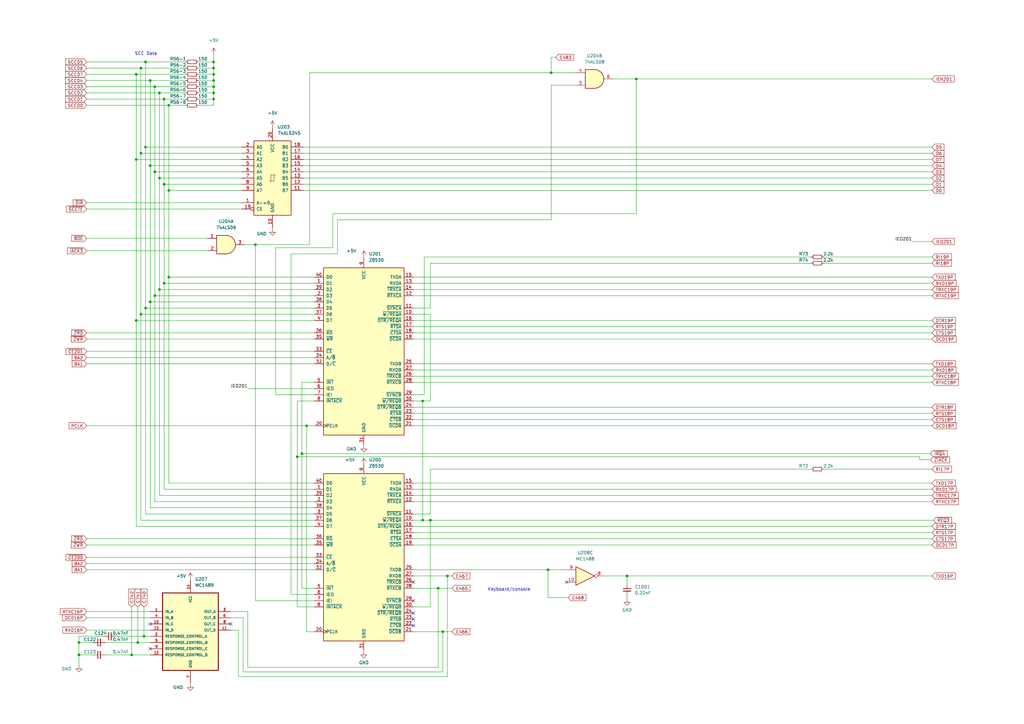
<source format=kicad_sch>
(kicad_sch (version 20211123) (generator eeschema)
  (paper "A3")
  (lib_symbols
    (symbol "74xx:74HC245" (pin_names (offset 1.016))
      (property "Reference" "U" (at -7.62 16.51 0))
      (property "Value" "74HC245" (at -7.62 -16.51 0))
      (symbol "74HC245_1_0"
        (polyline (pts (xy -0.635 -1.27) (xy -0.635 1.27) (xy 0.635 1.27)))
        (polyline (pts (xy -1.27 -1.27) (xy 0.635 -1.27) (xy 0.635 1.27) (xy 1.27 1.27)))
        (pin input line (at -12.7 -10.16 0) (length 5.08) (name "A->B") (number "1"))
        (pin power_in line (at 0 -20.32 90) (length 5.08) (name "GND") (number "10"))
        (pin tri_state line (at 12.7 -5.08 180) (length 5.08) (name "B7") (number "11"))
        (pin tri_state line (at 12.7 -2.54 180) (length 5.08) (name "B6") (number "12"))
        (pin tri_state line (at 12.7 0 180) (length 5.08) (name "B5") (number "13"))
        (pin tri_state line (at 12.7 2.54 180) (length 5.08) (name "B4") (number "14"))
        (pin tri_state line (at 12.7 5.08 180) (length 5.08) (name "B3") (number "15"))
        (pin tri_state line (at 12.7 7.62 180) (length 5.08) (name "B2") (number "16"))
        (pin tri_state line (at 12.7 10.16 180) (length 5.08) (name "B1") (number "17"))
        (pin tri_state line (at 12.7 12.7 180) (length 5.08) (name "B0") (number "18"))
        (pin input inverted (at -12.7 -12.7 0) (length 5.08) (name "CE") (number "19"))
        (pin tri_state line (at -12.7 12.7 0) (length 5.08) (name "A0") (number "2"))
        (pin power_in line (at 0 20.32 270) (length 5.08) (name "VCC") (number "20"))
        (pin tri_state line (at -12.7 10.16 0) (length 5.08) (name "A1") (number "3"))
        (pin tri_state line (at -12.7 7.62 0) (length 5.08) (name "A2") (number "4"))
        (pin tri_state line (at -12.7 5.08 0) (length 5.08) (name "A3") (number "5"))
        (pin tri_state line (at -12.7 2.54 0) (length 5.08) (name "A4") (number "6"))
        (pin tri_state line (at -12.7 0 0) (length 5.08) (name "A5") (number "7"))
        (pin tri_state line (at -12.7 -2.54 0) (length 5.08) (name "A6") (number "8"))
        (pin tri_state line (at -12.7 -5.08 0) (length 5.08) (name "A7") (number "9"))
      )
      (symbol "74HC245_1_1"
        (rectangle (start -7.62 15.24) (end 7.62 -15.24) (stroke (width 0.254)) (fill (type background)))
      )
    )
    (symbol "74xx:74LS08" (pin_names (offset 1.016))
      (property "Reference" "U" (at 0 1.27 0))
      (property "Value" "74LS08" (at 0 -1.27 0))
      (symbol "74LS08_1_1"
        (arc (start 0 -3.81) (mid 3.81 0) (end 0 3.81) (stroke (width 0.254)) (fill (type background)))
        (polyline (pts (xy 0 3.81) (xy -3.81 3.81) (xy -3.81 -3.81) (xy 0 -3.81)) (stroke (width 0.254)) (fill (type background)))
        (pin input line (at -7.62 2.54 0) (length 3.81) (name "~") (number "1"))
        (pin input line (at -7.62 -2.54 0) (length 3.81) (name "~") (number "2"))
        (pin output line (at 7.62 0 180) (length 3.81) (name "~") (number "3"))
      )
      (symbol "74LS08_1_2"
        (arc (start -3.81 -3.81) (mid -2.589 0) (end -3.81 3.81) (stroke (width 0.254)))
        (arc (start -0.6096 -3.81) (mid 2.1842 -2.5851) (end 3.81 0) (stroke (width 0.254)) (fill (type background)))
        (polyline (pts (xy -3.81 -3.81) (xy -0.635 -3.81)) (stroke (width 0.254)) (fill (type background)))
        (polyline (pts (xy -3.81 3.81) (xy -0.635 3.81)) (stroke (width 0.254)) (fill (type background)))
        (polyline (pts (xy -0.635 3.81) (xy -3.81 3.81) (xy -3.81 3.81) (xy -3.556 3.4036) (xy -3.0226 2.2606) (xy -2.6924 1.0414) (xy -2.6162 -0.254) (xy -2.7686 -1.4986) (xy -3.175 -2.7178) (xy -3.81 -3.81) (xy -3.81 -3.81) (xy -0.635 -3.81)) (stroke (width -25.4)) (fill (type background)))
        (arc (start 3.81 0) (mid 2.1915 2.5936) (end -0.6096 3.81) (stroke (width 0.254)) (fill (type background)))
        (pin input inverted (at -7.62 2.54 0) (length 4.318) (name "~") (number "1"))
        (pin input inverted (at -7.62 -2.54 0) (length 4.318) (name "~") (number "2"))
        (pin output inverted (at 7.62 0 180) (length 3.81) (name "~") (number "3"))
      )
      (symbol "74LS08_2_1"
        (arc (start 0 -3.81) (mid 3.81 0) (end 0 3.81) (stroke (width 0.254)) (fill (type background)))
        (polyline (pts (xy 0 3.81) (xy -3.81 3.81) (xy -3.81 -3.81) (xy 0 -3.81)) (stroke (width 0.254)) (fill (type background)))
        (pin input line (at -7.62 2.54 0) (length 3.81) (name "~") (number "4"))
        (pin input line (at -7.62 -2.54 0) (length 3.81) (name "~") (number "5"))
        (pin output line (at 7.62 0 180) (length 3.81) (name "~") (number "6"))
      )
      (symbol "74LS08_2_2"
        (arc (start -3.81 -3.81) (mid -2.589 0) (end -3.81 3.81) (stroke (width 0.254)))
        (arc (start -0.6096 -3.81) (mid 2.1842 -2.5851) (end 3.81 0) (stroke (width 0.254)) (fill (type background)))
        (polyline (pts (xy -3.81 -3.81) (xy -0.635 -3.81)) (stroke (width 0.254)) (fill (type background)))
        (polyline (pts (xy -3.81 3.81) (xy -0.635 3.81)) (stroke (width 0.254)) (fill (type background)))
        (polyline (pts (xy -0.635 3.81) (xy -3.81 3.81) (xy -3.81 3.81) (xy -3.556 3.4036) (xy -3.0226 2.2606) (xy -2.6924 1.0414) (xy -2.6162 -0.254) (xy -2.7686 -1.4986) (xy -3.175 -2.7178) (xy -3.81 -3.81) (xy -3.81 -3.81) (xy -0.635 -3.81)) (stroke (width -25.4)) (fill (type background)))
        (arc (start 3.81 0) (mid 2.1915 2.5936) (end -0.6096 3.81) (stroke (width 0.254)) (fill (type background)))
        (pin input inverted (at -7.62 2.54 0) (length 4.318) (name "~") (number "4"))
        (pin input inverted (at -7.62 -2.54 0) (length 4.318) (name "~") (number "5"))
        (pin output inverted (at 7.62 0 180) (length 3.81) (name "~") (number "6"))
      )
      (symbol "74LS08_3_1"
        (arc (start 0 -3.81) (mid 3.81 0) (end 0 3.81) (stroke (width 0.254)) (fill (type background)))
        (polyline (pts (xy 0 3.81) (xy -3.81 3.81) (xy -3.81 -3.81) (xy 0 -3.81)) (stroke (width 0.254)) (fill (type background)))
        (pin input line (at -7.62 -2.54 0) (length 3.81) (name "~") (number "10"))
        (pin output line (at 7.62 0 180) (length 3.81) (name "~") (number "8"))
        (pin input line (at -7.62 2.54 0) (length 3.81) (name "~") (number "9"))
      )
      (symbol "74LS08_3_2"
        (arc (start -3.81 -3.81) (mid -2.589 0) (end -3.81 3.81) (stroke (width 0.254)))
        (arc (start -0.6096 -3.81) (mid 2.1842 -2.5851) (end 3.81 0) (stroke (width 0.254)) (fill (type background)))
        (polyline (pts (xy -3.81 -3.81) (xy -0.635 -3.81)) (stroke (width 0.254)) (fill (type background)))
        (polyline (pts (xy -3.81 3.81) (xy -0.635 3.81)) (stroke (width 0.254)) (fill (type background)))
        (polyline (pts (xy -0.635 3.81) (xy -3.81 3.81) (xy -3.81 3.81) (xy -3.556 3.4036) (xy -3.0226 2.2606) (xy -2.6924 1.0414) (xy -2.6162 -0.254) (xy -2.7686 -1.4986) (xy -3.175 -2.7178) (xy -3.81 -3.81) (xy -3.81 -3.81) (xy -0.635 -3.81)) (stroke (width -25.4)) (fill (type background)))
        (arc (start 3.81 0) (mid 2.1915 2.5936) (end -0.6096 3.81) (stroke (width 0.254)) (fill (type background)))
        (pin input inverted (at -7.62 -2.54 0) (length 4.318) (name "~") (number "10"))
        (pin output inverted (at 7.62 0 180) (length 3.81) (name "~") (number "8"))
        (pin input inverted (at -7.62 2.54 0) (length 4.318) (name "~") (number "9"))
      )
      (symbol "74LS08_4_1"
        (arc (start 0 -3.81) (mid 3.81 0) (end 0 3.81) (stroke (width 0.254)) (fill (type background)))
        (polyline (pts (xy 0 3.81) (xy -3.81 3.81) (xy -3.81 -3.81) (xy 0 -3.81)) (stroke (width 0.254)) (fill (type background)))
        (pin output line (at 7.62 0 180) (length 3.81) (name "~") (number "11"))
        (pin input line (at -7.62 2.54 0) (length 3.81) (name "~") (number "12"))
        (pin input line (at -7.62 -2.54 0) (length 3.81) (name "~") (number "13"))
      )
      (symbol "74LS08_4_2"
        (arc (start -3.81 -3.81) (mid -2.589 0) (end -3.81 3.81) (stroke (width 0.254)))
        (arc (start -0.6096 -3.81) (mid 2.1842 -2.5851) (end 3.81 0) (stroke (width 0.254)) (fill (type background)))
        (polyline (pts (xy -3.81 -3.81) (xy -0.635 -3.81)) (stroke (width 0.254)) (fill (type background)))
        (polyline (pts (xy -3.81 3.81) (xy -0.635 3.81)) (stroke (width 0.254)) (fill (type background)))
        (polyline (pts (xy -0.635 3.81) (xy -3.81 3.81) (xy -3.81 3.81) (xy -3.556 3.4036) (xy -3.0226 2.2606) (xy -2.6924 1.0414) (xy -2.6162 -0.254) (xy -2.7686 -1.4986) (xy -3.175 -2.7178) (xy -3.81 -3.81) (xy -3.81 -3.81) (xy -0.635 -3.81)) (stroke (width -25.4)) (fill (type background)))
        (arc (start 3.81 0) (mid 2.1915 2.5936) (end -0.6096 3.81) (stroke (width 0.254)) (fill (type background)))
        (pin output inverted (at 7.62 0 180) (length 3.81) (name "~") (number "11"))
        (pin input inverted (at -7.62 2.54 0) (length 4.318) (name "~") (number "12"))
        (pin input inverted (at -7.62 -2.54 0) (length 4.318) (name "~") (number "13"))
      )
      (symbol "74LS08_5_0"
        (pin power_in line (at 0 12.7 270) (length 5.08) (name "VCC") (number "14"))
        (pin power_in line (at 0 -12.7 90) (length 5.08) (name "GND") (number "7"))
      )
      (symbol "74LS08_5_1"
        (rectangle (start -5.08 7.62) (end 5.08 -7.62) (stroke (width 0.254)) (fill (type background)))
      )
    )
    (symbol "Device:C_Small" (pin_numbers hide) (pin_names (offset 0.254) hide)
      (property "Reference" "C" (at 0.254 1.778 0))
      (property "Value" "C_Small" (at 0.254 -2.032 0))
      (symbol "C_Small_0_1"
        (polyline (pts (xy -1.524 -0.508) (xy 1.524 -0.508)) (stroke (width 0.3302)))
        (polyline (pts (xy -1.524 0.508) (xy 1.524 0.508)) (stroke (width 0.3048)))
      )
      (symbol "C_Small_1_1"
        (pin passive line (at 0 2.54 270) (length 2.032) (name "~") (number "1"))
        (pin passive line (at 0 -2.54 90) (length 2.032) (name "~") (number "2"))
      )
    )
    (symbol "Device:R_Small" (pin_numbers hide) (pin_names (offset 0.254) hide)
      (property "Reference" "R" (at 0.762 0.508 0))
      (property "Value" "R_Small" (at 0.762 -1.016 0))
      (symbol "R_Small_0_1"
        (rectangle (start -0.762 1.778) (end 0.762 -1.778) (stroke (width 0.2032)))
      )
      (symbol "R_Small_1_1"
        (pin passive line (at 0 2.54 270) (length 0.762) (name "~") (number "1"))
        (pin passive line (at 0 -2.54 90) (length 0.762) (name "~") (number "2"))
      )
    )
    (symbol "Interface_UART:Z8530" (pin_names (offset 1.016))
      (property "Reference" "U" (at -16.51 35.56 0))
      (property "Value" "Z8530" (at 10.16 35.56 0))
      (symbol "Z8530_0_1"
        (rectangle (start -16.51 -34.29) (end 16.51 34.29) (stroke (width 0.254)) (fill (type background)))
      )
      (symbol "Z8530_1_1"
        (pin input line (at -20.32 27.94 0) (length 3.81) (name "D1") (number "1"))
        (pin output line (at 20.32 15.24 180) (length 3.81) (name "~{W/REQA}") (number "10"))
        (pin bidirectional line (at 20.32 17.78 180) (length 3.81) (name "~{SYNCA}") (number "11"))
        (pin input line (at 20.32 22.86 180) (length 3.81) (name "~{RTXCA}") (number "12"))
        (pin input line (at 20.32 27.94 180) (length 3.81) (name "RXDA") (number "13"))
        (pin bidirectional line (at 20.32 25.4 180) (length 3.81) (name "~{TRXCA}") (number "14"))
        (pin output line (at 20.32 30.48 180) (length 3.81) (name "TXDA") (number "15"))
        (pin output line (at 20.32 12.7 180) (length 3.81) (name "~{DTR/REQA}") (number "16"))
        (pin output line (at 20.32 10.16 180) (length 3.81) (name "~{RTSA}") (number "17"))
        (pin input line (at 20.32 7.62 180) (length 3.81) (name "~{CTSA}") (number "18"))
        (pin input line (at 20.32 5.08 180) (length 3.81) (name "~{DCDA}") (number "19"))
        (pin input line (at -20.32 22.86 0) (length 3.81) (name "D3") (number "2"))
        (pin input clock (at -20.32 -30.48 0) (length 3.81) (name "PCLK") (number "20"))
        (pin input line (at 20.32 -30.48 180) (length 3.81) (name "~{DCDB}") (number "21"))
        (pin input line (at 20.32 -27.94 180) (length 3.81) (name "~{CTSB}") (number "22"))
        (pin output line (at 20.32 -25.4 180) (length 3.81) (name "~{RTSB}") (number "23"))
        (pin output line (at 20.32 -22.86 180) (length 3.81) (name "~{DTR/REQB}") (number "24"))
        (pin output line (at 20.32 -5.08 180) (length 3.81) (name "TXDB") (number "25"))
        (pin bidirectional line (at 20.32 -10.16 180) (length 3.81) (name "~{TRXCB}") (number "26"))
        (pin input line (at 20.32 -7.62 180) (length 3.81) (name "RXDB") (number "27"))
        (pin input line (at 20.32 -12.7 180) (length 3.81) (name "~{RTXCB}") (number "28"))
        (pin bidirectional line (at 20.32 -17.78 180) (length 3.81) (name "~{SYNCB}") (number "29"))
        (pin input line (at -20.32 17.78 0) (length 3.81) (name "D5") (number "3"))
        (pin output line (at 20.32 -20.32 180) (length 3.81) (name "~{W/REQB}") (number "30"))
        (pin power_in line (at 0 -38.1 90) (length 3.81) (name "GND") (number "31"))
        (pin input line (at -20.32 -5.08 0) (length 3.81) (name "D/~{C}") (number "32"))
        (pin input line (at -20.32 0 0) (length 3.81) (name "~{CE}") (number "33"))
        (pin input line (at -20.32 -2.54 0) (length 3.81) (name "A/~{B}") (number "34"))
        (pin input line (at -20.32 5.08 0) (length 3.81) (name "~{WR}") (number "35"))
        (pin input line (at -20.32 7.62 0) (length 3.81) (name "~{RD}") (number "36"))
        (pin input line (at -20.32 15.24 0) (length 3.81) (name "D6") (number "37"))
        (pin input line (at -20.32 20.32 0) (length 3.81) (name "D4") (number "38"))
        (pin input line (at -20.32 25.4 0) (length 3.81) (name "D2") (number "39"))
        (pin input line (at -20.32 12.7 0) (length 3.81) (name "D7") (number "4"))
        (pin input line (at -20.32 30.48 0) (length 3.81) (name "D0") (number "40"))
        (pin open_collector line (at -20.32 -12.7 0) (length 3.81) (name "~{INT}") (number "5"))
        (pin output line (at -20.32 -15.24 0) (length 3.81) (name "IEO") (number "6"))
        (pin input line (at -20.32 -17.78 0) (length 3.81) (name "IEI") (number "7"))
        (pin input line (at -20.32 -20.32 0) (length 3.81) (name "~{INTACK}") (number "8"))
        (pin power_in line (at 0 38.1 270) (length 3.81) (name "VCC") (number "9"))
      )
    )
    (symbol "power:+5V" (power) (pin_names (offset 0))
      (property "Value" "+5V" (at 0 3.556 0))
      (symbol "+5V_0_1"
        (polyline (pts (xy -0.762 1.27) (xy 0 2.54)))
        (polyline (pts (xy 0 0) (xy 0 2.54)))
        (polyline (pts (xy 0 2.54) (xy 0.762 1.27)))
      )
      (symbol "+5V_1_1"
        (pin power_in line (at 0 0 90) (length 0) hide (name "+5V") (number "1"))
      )
    )
    (symbol "power:GND" (power) (pin_names (offset 0))
      (property "Value" "GND" (at 0 -3.81 0))
      (symbol "GND_0_1"
        (polyline (pts (xy 0 0) (xy 0 -1.27) (xy 1.27 -1.27) (xy 0 -2.54) (xy -1.27 -1.27) (xy 0 -1.27)))
      )
      (symbol "GND_1_1"
        (pin power_in line (at 0 0 270) (length 0) hide (name "GND") (number "1"))
      )
    )
    (symbol "x37:MC1488" (pin_names (offset 1.016))
      (property "Reference" "U" (at -7.62 6.35 0))
      (property "Value" "MC1488" (at 3.81 6.35 0))
      (symbol "MC1488_1_1"
        (polyline (pts (xy 3.81 0) (xy -3.81 3.81) (xy -3.81 -3.81) (xy 3.81 0)) (stroke (width 0.254)) (fill (type background)))
        (pin input line (at -7.62 0 0) (length 3.81) (name "~") (number "2"))
        (pin output inverted (at 7.62 0 180) (length 3.81) (name "~") (number "3"))
      )
      (symbol "MC1488_1_2"
        (arc (start -3.81 -3.81) (mid -2.589 0) (end -3.81 3.81) (stroke (width 0.254)))
        (arc (start -0.6096 -3.81) (mid 2.1842 -2.5851) (end 3.81 0) (stroke (width 0.254)) (fill (type background)))
        (polyline (pts (xy -3.81 -3.81) (xy -0.635 -3.81)) (stroke (width 0.254)) (fill (type background)))
        (polyline (pts (xy -3.81 3.81) (xy -0.635 3.81)) (stroke (width 0.254)) (fill (type background)))
        (polyline (pts (xy -0.635 3.81) (xy -3.81 3.81) (xy -3.81 3.81) (xy -3.556 3.4036) (xy -3.0226 2.2606) (xy -2.6924 1.0414) (xy -2.6162 -0.254) (xy -2.7686 -1.4986) (xy -3.175 -2.7178) (xy -3.81 -3.81) (xy -3.81 -3.81) (xy -0.635 -3.81)) (stroke (width -25.4)) (fill (type background)))
        (arc (start 3.81 0) (mid 2.1915 2.5936) (end -0.6096 3.81) (stroke (width 0.254)) (fill (type background)))
        (pin input inverted (at -7.62 2.54 0) (length 4.318) (name "~") (number "1"))
        (pin input inverted (at -7.62 -2.54 0) (length 4.318) (name "~") (number "2"))
        (pin output line (at 7.62 0 180) (length 3.81) (name "~") (number "3"))
      )
      (symbol "MC1488_2_1"
        (polyline (pts (xy 3.81 0) (xy -3.81 3.81) (xy -3.81 -3.81) (xy 3.81 0)) (stroke (width 0.254)) (fill (type background)))
        (pin input line (at -7.62 2.54 0) (length 3.81) (name "~") (number "4"))
        (pin input line (at -7.62 -2.54 0) (length 3.81) (name "~") (number "5"))
        (pin output inverted (at 7.62 0 180) (length 3.81) (name "~") (number "6"))
      )
      (symbol "MC1488_2_2"
        (arc (start -3.81 -3.81) (mid -2.589 0) (end -3.81 3.81) (stroke (width 0.254)))
        (arc (start -0.6096 -3.81) (mid 2.1842 -2.5851) (end 3.81 0) (stroke (width 0.254)) (fill (type background)))
        (polyline (pts (xy -3.81 -3.81) (xy -0.635 -3.81)) (stroke (width 0.254)) (fill (type background)))
        (polyline (pts (xy -3.81 3.81) (xy -0.635 3.81)) (stroke (width 0.254)) (fill (type background)))
        (polyline (pts (xy -0.635 3.81) (xy -3.81 3.81) (xy -3.81 3.81) (xy -3.556 3.4036) (xy -3.0226 2.2606) (xy -2.6924 1.0414) (xy -2.6162 -0.254) (xy -2.7686 -1.4986) (xy -3.175 -2.7178) (xy -3.81 -3.81) (xy -3.81 -3.81) (xy -0.635 -3.81)) (stroke (width -25.4)) (fill (type background)))
        (arc (start 3.81 0) (mid 2.1915 2.5936) (end -0.6096 3.81) (stroke (width 0.254)) (fill (type background)))
        (pin output line (at 7.62 0 180) (length 3.81) (name "~") (number "4"))
        (pin input inverted (at -7.62 2.54 0) (length 4.318) (name "~") (number "5"))
        (pin input inverted (at -7.62 -2.54 0) (length 4.318) (name "~") (number "6"))
      )
      (symbol "MC1488_3_1"
        (polyline (pts (xy 3.81 0) (xy -3.81 3.81) (xy -3.81 -3.81) (xy 3.81 0)) (stroke (width 0.254)) (fill (type background)))
        (pin input line (at -7.62 -2.54 0) (length 3.81) (name "~") (number "10"))
        (pin output inverted (at 7.62 0 180) (length 3.81) (name "~") (number "8"))
        (pin input line (at -7.62 2.54 0) (length 3.81) (name "~") (number "9"))
      )
      (symbol "MC1488_3_2"
        (arc (start -3.81 -3.81) (mid -2.589 0) (end -3.81 3.81) (stroke (width 0.254)))
        (arc (start -0.6096 -3.81) (mid 2.1842 -2.5851) (end 3.81 0) (stroke (width 0.254)) (fill (type background)))
        (polyline (pts (xy -3.81 -3.81) (xy -0.635 -3.81)) (stroke (width 0.254)) (fill (type background)))
        (polyline (pts (xy -3.81 3.81) (xy -0.635 3.81)) (stroke (width 0.254)) (fill (type background)))
        (polyline (pts (xy -0.635 3.81) (xy -3.81 3.81) (xy -3.81 3.81) (xy -3.556 3.4036) (xy -3.0226 2.2606) (xy -2.6924 1.0414) (xy -2.6162 -0.254) (xy -2.7686 -1.4986) (xy -3.175 -2.7178) (xy -3.81 -3.81) (xy -3.81 -3.81) (xy -0.635 -3.81)) (stroke (width -25.4)) (fill (type background)))
        (arc (start 3.81 0) (mid 2.1915 2.5936) (end -0.6096 3.81) (stroke (width 0.254)) (fill (type background)))
        (pin output line (at 7.62 0 180) (length 3.81) (name "~") (number "10"))
        (pin input inverted (at -7.62 2.54 0) (length 4.318) (name "~") (number "8"))
        (pin input inverted (at -7.62 -2.54 0) (length 4.318) (name "~") (number "9"))
      )
      (symbol "MC1488_4_1"
        (polyline (pts (xy 3.81 0) (xy -3.81 3.81) (xy -3.81 -3.81) (xy 3.81 0)) (stroke (width 0.254)) (fill (type background)))
        (pin output inverted (at 7.62 0 180) (length 3.81) (name "~") (number "11"))
        (pin input line (at -7.62 2.54 0) (length 3.81) (name "~") (number "12"))
        (pin input line (at -7.62 -2.54 0) (length 3.81) (name "~") (number "13"))
      )
      (symbol "MC1488_4_2"
        (arc (start -3.81 -3.81) (mid -2.589 0) (end -3.81 3.81) (stroke (width 0.254)))
        (arc (start -0.6096 -3.81) (mid 2.1842 -2.5851) (end 3.81 0) (stroke (width 0.254)) (fill (type background)))
        (polyline (pts (xy -3.81 -3.81) (xy -0.635 -3.81)) (stroke (width 0.254)) (fill (type background)))
        (polyline (pts (xy -3.81 3.81) (xy -0.635 3.81)) (stroke (width 0.254)) (fill (type background)))
        (polyline (pts (xy -0.635 3.81) (xy -3.81 3.81) (xy -3.81 3.81) (xy -3.556 3.4036) (xy -3.0226 2.2606) (xy -2.6924 1.0414) (xy -2.6162 -0.254) (xy -2.7686 -1.4986) (xy -3.175 -2.7178) (xy -3.81 -3.81) (xy -3.81 -3.81) (xy -0.635 -3.81)) (stroke (width -25.4)) (fill (type background)))
        (arc (start 3.81 0) (mid 2.1915 2.5936) (end -0.6096 3.81) (stroke (width 0.254)) (fill (type background)))
        (pin output line (at 7.62 0 180) (length 3.81) (name "~") (number "11"))
        (pin input inverted (at -7.62 2.54 0) (length 4.318) (name "~") (number "12"))
        (pin input inverted (at -7.62 -2.54 0) (length 4.318) (name "~") (number "13"))
      )
      (symbol "MC1488_5_0"
        (pin power_in line (at 2.54 12.7 270) (length 5.08) (name "VCC-") (number "1"))
        (pin power_in line (at -1.27 12.7 270) (length 5.08) (name "VCC") (number "14"))
        (pin power_in line (at 0 -12.7 90) (length 5.08) (name "VSS") (number "7"))
      )
      (symbol "MC1488_5_1"
        (rectangle (start -5.08 7.62) (end 5.08 -7.62) (stroke (width 0.254)) (fill (type background)))
      )
    )
    (symbol "x37:MC1489" (pin_names (offset 1.016))
      (property "Reference" "U" (at -11.43 18.7706 0))
      (property "Value" "MC1489" (at 3.81 19.05 0))
      (symbol "MC1489_0_0"
        (rectangle (start -11.43 17.78) (end 11.43 -13.97) (stroke (width 0.4064)) (fill (type background)))
        (pin input line (at -16.51 10.16 0) (length 5.08) (name "IN_A") (number "1"))
        (pin input line (at -16.51 5.08 0) (length 5.08) (name "IN_C") (number "10"))
        (pin output line (at 16.51 2.54 180) (length 5.08) (name "OUT_D") (number "11"))
        (pin input line (at -16.51 -7.62 0) (length 5.08) (name "RESPONSE_CONTROL_D") (number "12"))
        (pin input line (at -16.51 2.54 0) (length 5.08) (name "IN_D") (number "13"))
        (pin power_in line (at 0 22.86 270) (length 5.08) (name "VCC") (number "14"))
        (pin input line (at -16.51 0 0) (length 5.08) (name "RESPONSE_CONTROL_A") (number "2"))
        (pin output line (at 16.51 10.16 180) (length 5.08) (name "OUT_A") (number "3"))
        (pin input line (at -16.51 7.62 0) (length 5.08) (name "IN_B") (number "4"))
        (pin input line (at -16.51 -2.54 0) (length 5.08) (name "RESPONSE_CONTROL_B") (number "5"))
        (pin output line (at 16.51 7.62 180) (length 5.08) (name "OUT_B") (number "6"))
        (pin power_in line (at 0 -19.05 90) (length 5.08) (name "GND") (number "7"))
        (pin output line (at 16.51 5.08 180) (length 5.08) (name "OUT_C") (number "8"))
        (pin input line (at -16.51 -5.08 0) (length 5.08) (name "RESPONSE_CONTROL_C") (number "9"))
      )
    )
  )
  (junction (at 183.515 236.22))
  (junction (at 176.53 213.36))
  (junction (at 55.88 30.48))
  (junction (at 65.405 118.745))
  (junction (at 87.63 35.56))
  (junction (at 53.975 268.605))
  (junction (at 121.92 187.325))
  (junction (at 57.785 27.94))
  (junction (at 87.63 27.94))
  (junction (at 67.31 116.205))
  (junction (at 55.88 131.445))
  (junction (at 260.985 32.385))
  (junction (at 55.88 65.405))
  (junction (at 69.215 43.18))
  (junction (at 63.5 121.285))
  (junction (at 59.055 260.985))
  (junction (at 63.5 35.56))
  (junction (at 87.63 33.02))
  (junction (at 63.5 70.485))
  (junction (at 87.63 30.48))
  (junction (at 61.595 67.945))
  (junction (at 65.405 73.025))
  (junction (at 59.69 60.325))
  (junction (at 69.215 78.105))
  (junction (at 179.705 241.3))
  (junction (at 65.405 38.1))
  (junction (at 257.175 236.22))
  (junction (at 69.215 113.665))
  (junction (at 61.595 123.825))
  (junction (at 87.63 40.64))
  (junction (at 59.69 126.365))
  (junction (at 226.06 29.845))
  (junction (at 32.385 263.525))
  (junction (at 125.73 174.625))
  (junction (at 32.385 268.605))
  (junction (at 67.31 40.64))
  (junction (at 57.785 62.865))
  (junction (at 104.775 100.33))
  (junction (at 173.355 164.465))
  (junction (at 59.69 25.4))
  (junction (at 67.31 75.565))
  (junction (at 224.79 233.68))
  (junction (at 173.355 213.36))
  (junction (at 87.63 25.4))
  (junction (at 181.61 259.08))
  (junction (at 57.785 128.905))
  (junction (at 87.63 38.1))
  (junction (at 61.595 33.02))
  (junction (at 56.515 263.525))
  (junction (at 123.825 186.055))
  (no_connect (at 94.615 255.905))
  (no_connect (at 169.545 246.38))
  (no_connect (at 61.595 255.905))
  (no_connect (at 169.545 256.54))
  (no_connect (at 61.595 266.065))
  (no_connect (at 169.545 254))
  (no_connect (at 169.545 251.46))
  (no_connect (at 169.545 238.76))
  (no_connect (at 232.41 238.76))
  (wire (pts (xy 99.695 253.365) (xy 94.615 253.365)))
  (wire (pts (xy 128.905 174.625) (xy 125.73 174.625)))
  (wire (pts (xy 32.385 260.985) (xy 32.385 263.525)))
  (wire (pts (xy 69.215 113.665) (xy 128.905 113.665)))
  (wire (pts (xy 65.405 38.1) (xy 65.405 73.025)))
  (wire (pts (xy 169.545 154.305) (xy 382.27 154.305)))
  (wire (pts (xy 169.545 113.665) (xy 382.27 113.665)))
  (wire (pts (xy 169.545 174.625) (xy 382.27 174.625)))
  (wire (pts (xy 35.56 231.14) (xy 128.905 231.14)))
  (wire (pts (xy 119.38 104.14) (xy 138.43 104.14)))
  (wire (pts (xy 67.31 40.64) (xy 67.31 75.565)))
  (wire (pts (xy 251.46 32.385) (xy 260.985 32.385)))
  (wire (pts (xy 81.28 25.4) (xy 87.63 25.4)))
  (wire (pts (xy 224.79 233.68) (xy 232.41 233.68)))
  (wire (pts (xy 87.63 38.1) (xy 87.63 35.56)))
  (wire (pts (xy 169.545 218.44) (xy 382.27 218.44)))
  (wire (pts (xy 59.69 25.4) (xy 59.69 60.325)))
  (wire (pts (xy 35.56 220.98) (xy 128.905 220.98)))
  (wire (pts (xy 81.28 40.64) (xy 87.63 40.64)))
  (wire (pts (xy 59.69 126.365) (xy 59.69 210.82)))
  (wire (pts (xy 124.46 73.025) (xy 382.27 73.025)))
  (wire (pts (xy 35.56 136.525) (xy 128.905 136.525)))
  (wire (pts (xy 57.785 27.94) (xy 76.2 27.94)))
  (wire (pts (xy 173.355 213.36) (xy 176.53 213.36)))
  (wire (pts (xy 124.46 62.865) (xy 382.27 62.865)))
  (wire (pts (xy 101.6 273.685) (xy 101.6 250.825)))
  (wire (pts (xy 169.545 210.82) (xy 176.53 210.82)))
  (wire (pts (xy 181.61 259.08) (xy 181.61 275.59)))
  (wire (pts (xy 121.92 164.465) (xy 128.905 164.465)))
  (wire (pts (xy 63.5 70.485) (xy 99.06 70.485)))
  (wire (pts (xy 149.225 182.245) (xy 149.225 182.88)))
  (wire (pts (xy 128.905 161.925) (xy 113.03 161.925)))
  (wire (pts (xy 224.79 233.68) (xy 224.79 245.11)))
  (wire (pts (xy 169.545 133.985) (xy 382.27 133.985)))
  (wire (pts (xy 57.785 62.865) (xy 99.06 62.865)))
  (wire (pts (xy 55.88 131.445) (xy 55.88 215.9)))
  (wire (pts (xy 53.975 248.92) (xy 53.975 268.605)))
  (wire (pts (xy 136.525 87.63) (xy 260.985 87.63)))
  (wire (pts (xy 87.63 25.4) (xy 87.63 22.225)))
  (wire (pts (xy 59.055 248.92) (xy 59.055 260.985)))
  (wire (pts (xy 169.545 236.22) (xy 183.515 236.22)))
  (wire (pts (xy 81.28 43.18) (xy 87.63 43.18)))
  (wire (pts (xy 81.28 35.56) (xy 87.63 35.56)))
  (wire (pts (xy 119.38 243.84) (xy 128.905 243.84)))
  (wire (pts (xy 99.06 73.025) (xy 65.405 73.025)))
  (wire (pts (xy 104.775 100.33) (xy 104.775 246.38)))
  (wire (pts (xy 337.82 105.41) (xy 382.27 105.41)))
  (wire (pts (xy 169.545 116.205) (xy 382.27 116.205)))
  (wire (pts (xy 100.33 100.33) (xy 104.775 100.33)))
  (wire (pts (xy 59.69 126.365) (xy 128.905 126.365)))
  (wire (pts (xy 61.595 123.825) (xy 61.595 208.28)))
  (wire (pts (xy 57.785 27.94) (xy 57.785 62.865)))
  (wire (pts (xy 173.355 164.465) (xy 173.355 213.36)))
  (wire (pts (xy 35.56 144.145) (xy 128.905 144.145)))
  (wire (pts (xy 169.545 223.52) (xy 382.27 223.52)))
  (wire (pts (xy 87.63 30.48) (xy 87.63 27.94)))
  (wire (pts (xy 123.825 186.055) (xy 123.825 241.3)))
  (wire (pts (xy 257.175 236.22) (xy 257.175 239.395)))
  (wire (pts (xy 59.69 60.325) (xy 59.69 126.365)))
  (wire (pts (xy 176.53 213.36) (xy 176.53 248.92)))
  (wire (pts (xy 128.905 123.825) (xy 61.595 123.825)))
  (wire (pts (xy 169.545 167.005) (xy 382.27 167.005)))
  (wire (pts (xy 169.545 248.92) (xy 176.53 248.92)))
  (wire (pts (xy 337.82 107.95) (xy 382.27 107.95)))
  (wire (pts (xy 42.545 260.985) (xy 32.385 260.985)))
  (wire (pts (xy 149.225 105.41) (xy 149.225 106.045)))
  (wire (pts (xy 128.905 118.745) (xy 65.405 118.745)))
  (wire (pts (xy 47.625 260.985) (xy 59.055 260.985)))
  (wire (pts (xy 123.825 186.055) (xy 381.635 186.055)))
  (wire (pts (xy 169.545 198.12) (xy 382.27 198.12)))
  (wire (pts (xy 99.06 65.405) (xy 55.88 65.405)))
  (wire (pts (xy 169.545 259.08) (xy 181.61 259.08)))
  (wire (pts (xy 101.6 159.385) (xy 128.905 159.385)))
  (wire (pts (xy 65.405 118.745) (xy 65.405 203.2)))
  (wire (pts (xy 123.825 156.845) (xy 123.825 186.055)))
  (wire (pts (xy 377.19 187.325) (xy 377.19 188.595)))
  (wire (pts (xy 69.215 198.12) (xy 128.905 198.12)))
  (wire (pts (xy 124.46 75.565) (xy 382.27 75.565)))
  (wire (pts (xy 65.405 118.745) (xy 65.405 73.025)))
  (wire (pts (xy 179.705 241.3) (xy 179.705 273.685)))
  (wire (pts (xy 123.825 241.3) (xy 128.905 241.3)))
  (wire (pts (xy 124.46 60.325) (xy 382.27 60.325)))
  (wire (pts (xy 35.56 174.625) (xy 125.73 174.625)))
  (wire (pts (xy 81.28 38.1) (xy 87.63 38.1)))
  (wire (pts (xy 169.545 233.68) (xy 224.79 233.68)))
  (wire (pts (xy 224.79 245.11) (xy 233.045 245.11)))
  (wire (pts (xy 35.56 85.725) (xy 99.06 85.725)))
  (wire (pts (xy 169.545 241.3) (xy 179.705 241.3)))
  (wire (pts (xy 32.385 268.605) (xy 38.1 268.605)))
  (wire (pts (xy 169.545 172.085) (xy 382.27 172.085)))
  (wire (pts (xy 59.69 210.82) (xy 128.905 210.82)))
  (wire (pts (xy 176.53 213.36) (xy 382.905 213.36)))
  (wire (pts (xy 61.595 123.825) (xy 61.595 67.945)))
  (wire (pts (xy 169.545 213.36) (xy 173.355 213.36)))
  (wire (pts (xy 124.46 78.105) (xy 382.27 78.105)))
  (wire (pts (xy 67.31 40.64) (xy 76.2 40.64)))
  (wire (pts (xy 176.53 126.365) (xy 176.53 107.95)))
  (wire (pts (xy 35.56 228.6) (xy 128.905 228.6)))
  (wire (pts (xy 67.31 75.565) (xy 67.31 116.205)))
  (wire (pts (xy 35.56 97.79) (xy 85.09 97.79)))
  (wire (pts (xy 169.545 149.225) (xy 382.27 149.225)))
  (wire (pts (xy 67.31 200.66) (xy 128.905 200.66)))
  (wire (pts (xy 128.905 128.905) (xy 57.785 128.905)))
  (wire (pts (xy 43.18 263.525) (xy 56.515 263.525)))
  (wire (pts (xy 332.74 105.41) (xy 173.99 105.41)))
  (wire (pts (xy 113.03 101.6) (xy 136.525 101.6)))
  (wire (pts (xy 257.175 236.22) (xy 382.27 236.22)))
  (wire (pts (xy 35.56 30.48) (xy 55.88 30.48)))
  (wire (pts (xy 169.545 203.2) (xy 382.27 203.2)))
  (wire (pts (xy 124.46 65.405) (xy 382.27 65.405)))
  (wire (pts (xy 169.545 169.545) (xy 382.27 169.545)))
  (wire (pts (xy 138.43 104.14) (xy 138.43 90.17)))
  (wire (pts (xy 97.79 277.495) (xy 97.79 258.445)))
  (wire (pts (xy 121.92 248.92) (xy 121.92 187.325)))
  (wire (pts (xy 176.53 164.465) (xy 176.53 128.905)))
  (wire (pts (xy 169.545 156.845) (xy 382.27 156.845)))
  (wire (pts (xy 247.65 236.22) (xy 257.175 236.22)))
  (wire (pts (xy 99.695 275.59) (xy 99.695 253.365)))
  (wire (pts (xy 101.6 250.825) (xy 94.615 250.825)))
  (wire (pts (xy 183.515 236.22) (xy 183.515 277.495)))
  (wire (pts (xy 69.215 113.665) (xy 69.215 198.12)))
  (wire (pts (xy 104.775 246.38) (xy 128.905 246.38)))
  (wire (pts (xy 169.545 200.66) (xy 382.27 200.66)))
  (wire (pts (xy 136.525 101.6) (xy 136.525 87.63)))
  (wire (pts (xy 69.215 78.105) (xy 69.215 113.665)))
  (wire (pts (xy 61.595 33.02) (xy 61.595 67.945)))
  (wire (pts (xy 32.385 268.605) (xy 32.385 273.05)))
  (wire (pts (xy 377.19 188.595) (xy 381.635 188.595)))
  (wire (pts (xy 169.545 118.745) (xy 382.27 118.745)))
  (wire (pts (xy 59.69 60.325) (xy 99.06 60.325)))
  (wire (pts (xy 121.92 187.325) (xy 377.19 187.325)))
  (wire (pts (xy 35.56 253.365) (xy 61.595 253.365)))
  (wire (pts (xy 81.28 33.02) (xy 87.63 33.02)))
  (wire (pts (xy 121.92 248.92) (xy 128.905 248.92)))
  (wire (pts (xy 169.545 126.365) (xy 176.53 126.365)))
  (wire (pts (xy 181.61 275.59) (xy 99.695 275.59)))
  (wire (pts (xy 65.405 38.1) (xy 76.2 38.1)))
  (wire (pts (xy 63.5 121.285) (xy 63.5 205.74)))
  (wire (pts (xy 374.015 99.06) (xy 382.27 99.06)))
  (wire (pts (xy 43.18 268.605) (xy 53.975 268.605)))
  (wire (pts (xy 78.105 280.035) (xy 78.105 280.67)))
  (wire (pts (xy 99.06 78.105) (xy 69.215 78.105)))
  (wire (pts (xy 53.975 268.605) (xy 61.595 268.605)))
  (wire (pts (xy 173.99 161.925) (xy 169.545 161.925)))
  (wire (pts (xy 35.56 146.685) (xy 128.905 146.685)))
  (wire (pts (xy 35.56 27.94) (xy 57.785 27.94)))
  (wire (pts (xy 87.63 40.64) (xy 87.63 38.1)))
  (wire (pts (xy 57.785 213.36) (xy 128.905 213.36)))
  (wire (pts (xy 35.56 258.445) (xy 61.595 258.445)))
  (wire (pts (xy 69.215 43.18) (xy 76.2 43.18)))
  (wire (pts (xy 35.56 33.02) (xy 61.595 33.02)))
  (wire (pts (xy 169.545 220.98) (xy 382.27 220.98)))
  (wire (pts (xy 260.985 32.385) (xy 382.27 32.385)))
  (wire (pts (xy 65.405 203.2) (xy 128.905 203.2)))
  (wire (pts (xy 35.56 25.4) (xy 59.69 25.4)))
  (wire (pts (xy 32.385 263.525) (xy 38.1 263.525)))
  (wire (pts (xy 127 29.845) (xy 226.06 29.845)))
  (wire (pts (xy 169.545 164.465) (xy 173.355 164.465)))
  (wire (pts (xy 169.545 215.9) (xy 382.27 215.9)))
  (wire (pts (xy 32.385 263.525) (xy 32.385 268.605)))
  (wire (pts (xy 179.705 273.685) (xy 101.6 273.685)))
  (wire (pts (xy 119.38 243.84) (xy 119.38 104.14)))
  (wire (pts (xy 35.56 43.18) (xy 69.215 43.18)))
  (wire (pts (xy 173.99 105.41) (xy 173.99 161.925)))
  (wire (pts (xy 61.595 208.28) (xy 128.905 208.28)))
  (wire (pts (xy 35.56 83.185) (xy 99.06 83.185)))
  (wire (pts (xy 111.76 93.345) (xy 111.76 93.98)))
  (wire (pts (xy 35.56 38.1) (xy 65.405 38.1)))
  (wire (pts (xy 35.56 250.825) (xy 61.595 250.825)))
  (wire (pts (xy 78.105 237.49) (xy 78.105 238.125)))
  (wire (pts (xy 59.69 25.4) (xy 76.2 25.4)))
  (wire (pts (xy 69.215 43.18) (xy 69.215 78.105)))
  (wire (pts (xy 125.73 174.625) (xy 125.73 259.08)))
  (wire (pts (xy 57.785 128.905) (xy 57.785 62.865)))
  (wire (pts (xy 81.28 27.94) (xy 87.63 27.94)))
  (wire (pts (xy 226.06 23.495) (xy 227.965 23.495)))
  (wire (pts (xy 176.53 107.95) (xy 332.74 107.95)))
  (wire (pts (xy 121.92 187.325) (xy 121.92 164.465)))
  (wire (pts (xy 67.31 75.565) (xy 99.06 75.565)))
  (wire (pts (xy 35.56 40.64) (xy 67.31 40.64)))
  (wire (pts (xy 63.5 205.74) (xy 128.905 205.74)))
  (wire (pts (xy 125.73 259.08) (xy 128.905 259.08)))
  (wire (pts (xy 35.56 149.225) (xy 128.905 149.225)))
  (wire (pts (xy 226.06 23.495) (xy 226.06 29.845)))
  (wire (pts (xy 226.06 34.925) (xy 236.22 34.925)))
  (wire (pts (xy 226.06 90.17) (xy 226.06 34.925)))
  (wire (pts (xy 183.515 236.22) (xy 185.42 236.22)))
  (wire (pts (xy 176.53 192.405) (xy 332.74 192.405)))
  (wire (pts (xy 127 100.33) (xy 127 29.845)))
  (wire (pts (xy 55.88 131.445) (xy 128.905 131.445)))
  (wire (pts (xy 183.515 277.495) (xy 97.79 277.495)))
  (wire (pts (xy 35.56 102.87) (xy 85.09 102.87)))
  (wire (pts (xy 123.825 156.845) (xy 128.905 156.845)))
  (wire (pts (xy 124.46 67.945) (xy 382.27 67.945)))
  (wire (pts (xy 63.5 35.56) (xy 63.5 70.485)))
  (wire (pts (xy 169.545 121.285) (xy 382.27 121.285)))
  (wire (pts (xy 63.5 70.485) (xy 63.5 121.285)))
  (wire (pts (xy 63.5 121.285) (xy 128.905 121.285)))
  (wire (pts (xy 35.56 233.68) (xy 128.905 233.68)))
  (wire (pts (xy 113.03 161.925) (xy 113.03 101.6)))
  (wire (pts (xy 35.56 35.56) (xy 63.5 35.56)))
  (wire (pts (xy 169.545 151.765) (xy 382.27 151.765)))
  (wire (pts (xy 67.31 116.205) (xy 128.905 116.205)))
  (wire (pts (xy 169.545 139.065) (xy 382.27 139.065)))
  (wire (pts (xy 55.88 65.405) (xy 55.88 131.445)))
  (wire (pts (xy 87.63 35.56) (xy 87.63 33.02)))
  (wire (pts (xy 138.43 90.17) (xy 226.06 90.17)))
  (wire (pts (xy 99.06 67.945) (xy 61.595 67.945)))
  (wire (pts (xy 173.355 164.465) (xy 176.53 164.465)))
  (wire (pts (xy 81.28 30.48) (xy 87.63 30.48)))
  (wire (pts (xy 61.595 33.02) (xy 76.2 33.02)))
  (wire (pts (xy 55.88 30.48) (xy 76.2 30.48)))
  (wire (pts (xy 179.705 241.3) (xy 185.42 241.3)))
  (wire (pts (xy 56.515 248.92) (xy 56.515 263.525)))
  (wire (pts (xy 55.88 215.9) (xy 128.905 215.9)))
  (wire (pts (xy 257.175 244.475) (xy 257.175 245.745)))
  (wire (pts (xy 176.53 128.905) (xy 169.545 128.905)))
  (wire (pts (xy 59.055 260.985) (xy 61.595 260.985)))
  (wire (pts (xy 104.775 100.33) (xy 127 100.33)))
  (wire (pts (xy 149.225 266.7) (xy 149.225 267.335)))
  (wire (pts (xy 57.785 128.905) (xy 57.785 213.36)))
  (wire (pts (xy 260.985 32.385) (xy 260.985 87.63)))
  (wire (pts (xy 87.63 27.94) (xy 87.63 25.4)))
  (wire (pts (xy 169.545 136.525) (xy 382.27 136.525)))
  (wire (pts (xy 56.515 263.525) (xy 61.595 263.525)))
  (wire (pts (xy 55.88 30.48) (xy 55.88 65.405)))
  (wire (pts (xy 181.61 259.08) (xy 185.42 259.08)))
  (wire (pts (xy 67.31 116.205) (xy 67.31 200.66)))
  (wire (pts (xy 111.76 52.07) (xy 111.76 52.705)))
  (wire (pts (xy 124.46 70.485) (xy 382.27 70.485)))
  (wire (pts (xy 87.63 43.18) (xy 87.63 40.64)))
  (wire (pts (xy 35.56 223.52) (xy 128.905 223.52)))
  (wire (pts (xy 226.06 29.845) (xy 236.22 29.845)))
  (wire (pts (xy 337.82 192.405) (xy 382.27 192.405)))
  (wire (pts (xy 97.79 258.445) (xy 94.615 258.445)))
  (wire (pts (xy 176.53 192.405) (xy 176.53 210.82)))
  (wire (pts (xy 87.63 33.02) (xy 87.63 30.48)))
  (wire (pts (xy 169.545 205.74) (xy 382.27 205.74)))
  (wire (pts (xy 63.5 35.56) (xy 76.2 35.56)))
  (wire (pts (xy 169.545 131.445) (xy 382.27 131.445)))
  (wire (pts (xy 35.56 139.065) (xy 128.905 139.065)))
  (text "Keyboard/console" (at 200.025 242.57 0) (effects (font (size 1.27 1.27)) (justify left bottom)))
  (text "SCC Data\n" (at 55.245 22.86 0) (effects (font (size 1.27 1.27)) (justify left bottom)))
  (label "IEO201" (at 374.015 99.06 180))
  (label "IEO201" (at 101.6 159.385 180))
  (global_label "~{ZIACK}" (shape input) (at 381.635 188.595 0) (property "Intersheet References" "${INTERSHEET_REFS}" (effects hide)))
  (global_label "RTS19P" (shape input) (at 382.27 133.985 0) (property "Intersheet References" "${INTERSHEET_REFS}" (effects hide)))
  (global_label "TXD18P" (shape input) (at 382.27 149.225 0) (property "Intersheet References" "${INTERSHEET_REFS}" (effects hide)))
  (global_label "C742" (shape input) (at 53.975 248.92 90) (property "Intersheet References" "${INTERSHEET_REFS}" (effects hide)))
  (global_label "D1" (shape input) (at 382.27 75.565 0) (property "Intersheet References" "${INTERSHEET_REFS}" (effects hide)))
  (global_label "D6" (shape input) (at 382.27 62.865 0) (property "Intersheet References" "${INTERSHEET_REFS}" (effects hide)))
  (global_label "D7" (shape input) (at 382.27 65.405 0) (property "Intersheet References" "${INTERSHEET_REFS}" (effects hide)))
  (global_label "DCD17P" (shape input) (at 382.27 223.52 0) (property "Intersheet References" "${INTERSHEET_REFS}" (effects hide)))
  (global_label "DTR18P" (shape input) (at 382.27 167.005 0) (property "Intersheet References" "${INTERSHEET_REFS}" (effects hide)))
  (global_label "CTS17P" (shape input) (at 382.27 220.98 0) (property "Intersheet References" "${INTERSHEET_REFS}" (effects hide)))
  (global_label "D2" (shape input) (at 382.27 73.025 0) (property "Intersheet References" "${INTERSHEET_REFS}" (effects hide)))
  (global_label "SCCD2" (shape input) (at 35.56 38.1 180) (property "Intersheet References" "${INTERSHEET_REFS}" (effects hide)))
  (global_label "TXD19P" (shape input) (at 382.27 113.665 0) (property "Intersheet References" "${INTERSHEET_REFS}" (effects hide)))
  (global_label "BA2" (shape input) (at 35.56 146.685 180) (property "Intersheet References" "${INTERSHEET_REFS}" (effects hide)))
  (global_label "RTXC19P" (shape input) (at 382.27 121.285 0) (property "Intersheet References" "${INTERSHEET_REFS}" (effects hide)))
  (global_label "~{ZRD}" (shape input) (at 35.56 220.98 180) (property "Intersheet References" "${INTERSHEET_REFS}" (effects hide)))
  (global_label "RXD16P" (shape input) (at 35.56 258.445 180) (property "Intersheet References" "${INTERSHEET_REFS}" (effects hide)))
  (global_label "SCCD4" (shape input) (at 35.56 33.02 180) (property "Intersheet References" "${INTERSHEET_REFS}" (effects hide)))
  (global_label "C468" (shape input) (at 233.045 245.11 0) (property "Intersheet References" "${INTERSHEET_REFS}" (effects hide)))
  (global_label "C465" (shape input) (at 185.42 241.3 0) (property "Intersheet References" "${INTERSHEET_REFS}" (effects hide)))
  (global_label "D3" (shape input) (at 382.27 70.485 0) (property "Intersheet References" "${INTERSHEET_REFS}" (effects hide)))
  (global_label "RXD18P" (shape input) (at 382.27 151.765 0) (property "Intersheet References" "${INTERSHEET_REFS}" (effects hide)))
  (global_label "BA1" (shape input) (at 35.56 233.68 180) (property "Intersheet References" "${INTERSHEET_REFS}" (effects hide)))
  (global_label "TXD17P" (shape input) (at 382.27 198.12 0) (property "Intersheet References" "${INTERSHEET_REFS}" (effects hide)))
  (global_label "BA1" (shape input) (at 35.56 149.225 180) (property "Intersheet References" "${INTERSHEET_REFS}" (effects hide)))
  (global_label "~{ZRD}" (shape input) (at 35.56 136.525 180) (property "Intersheet References" "${INTERSHEET_REFS}" (effects hide)))
  (global_label "RTXC18P" (shape input) (at 382.27 156.845 0) (property "Intersheet References" "${INTERSHEET_REFS}" (effects hide)))
  (global_label "RI17P" (shape input) (at 382.27 192.405 0) (property "Intersheet References" "${INTERSHEET_REFS}" (effects hide)))
  (global_label "BA2" (shape input) (at 35.56 231.14 180) (property "Intersheet References" "${INTERSHEET_REFS}" (effects hide)))
  (global_label "TRXC18P" (shape input) (at 382.27 154.305 0) (property "Intersheet References" "${INTERSHEET_REFS}" (effects hide)))
  (global_label "~{ZWR}" (shape input) (at 35.56 139.065 180) (property "Intersheet References" "${INTERSHEET_REFS}" (effects hide)))
  (global_label "~{SCCTE}" (shape input) (at 35.56 85.725 180) (property "Intersheet References" "${INTERSHEET_REFS}" (effects hide)))
  (global_label "SCCD6" (shape input) (at 35.56 27.94 180) (property "Intersheet References" "${INTERSHEET_REFS}" (effects hide)))
  (global_label "~{CE201}" (shape input) (at 35.56 144.145 180) (property "Intersheet References" "${INTERSHEET_REFS}" (effects hide)))
  (global_label "IEO201" (shape input) (at 382.27 99.06 0) (property "Intersheet References" "${INTERSHEET_REFS}" (effects hide)))
  (global_label "~{REQ3}" (shape input) (at 382.905 213.36 0) (property "Intersheet References" "${INTERSHEET_REFS}" (effects hide)))
  (global_label "DCD19P" (shape input) (at 382.27 139.065 0) (property "Intersheet References" "${INTERSHEET_REFS}" (effects hide)))
  (global_label "RTS18P" (shape input) (at 382.27 169.545 0) (property "Intersheet References" "${INTERSHEET_REFS}" (effects hide)))
  (global_label "SCCD5" (shape input) (at 35.56 25.4 180) (property "Intersheet References" "${INTERSHEET_REFS}" (effects hide)))
  (global_label "~{IACK3}" (shape input) (at 35.56 102.87 180) (property "Intersheet References" "${INTERSHEET_REFS}" (effects hide)))
  (global_label "DTR17P" (shape input) (at 382.27 215.9 0) (property "Intersheet References" "${INTERSHEET_REFS}" (effects hide)))
  (global_label "CTS18P" (shape input) (at 382.27 172.085 0) (property "Intersheet References" "${INTERSHEET_REFS}" (effects hide)))
  (global_label "CTS19P" (shape input) (at 382.27 136.525 0) (property "Intersheet References" "${INTERSHEET_REFS}" (effects hide)))
  (global_label "RXD19P" (shape input) (at 382.27 116.205 0) (property "Intersheet References" "${INTERSHEET_REFS}" (effects hide)))
  (global_label "RI18P" (shape input) (at 382.27 107.95 0) (property "Intersheet References" "${INTERSHEET_REFS}" (effects hide)))
  (global_label "RTXC16P" (shape input) (at 35.56 250.825 180) (property "Intersheet References" "${INTERSHEET_REFS}" (effects hide)))
  (global_label "RXD17P" (shape input) (at 382.27 200.66 0) (property "Intersheet References" "${INTERSHEET_REFS}" (effects hide)))
  (global_label "~{ZWR}" (shape input) (at 35.56 223.52 180) (property "Intersheet References" "${INTERSHEET_REFS}" (effects hide)))
  (global_label "SCCD3" (shape input) (at 35.56 35.56 180) (property "Intersheet References" "${INTERSHEET_REFS}" (effects hide)))
  (global_label "TRXC19P" (shape input) (at 382.27 118.745 0) (property "Intersheet References" "${INTERSHEET_REFS}" (effects hide)))
  (global_label "C740" (shape input) (at 59.055 248.92 90) (property "Intersheet References" "${INTERSHEET_REFS}" (effects hide)))
  (global_label "~{BOE}" (shape input) (at 35.56 97.79 180) (property "Intersheet References" "${INTERSHEET_REFS}" (effects hide)))
  (global_label "RTXC17P" (shape input) (at 382.27 205.74 0) (property "Intersheet References" "${INTERSHEET_REFS}" (effects hide)))
  (global_label "RTS17P" (shape input) (at 382.27 218.44 0) (property "Intersheet References" "${INTERSHEET_REFS}" (effects hide)))
  (global_label "~{DIR}" (shape input) (at 35.56 83.185 180) (property "Intersheet References" "${INTERSHEET_REFS}" (effects hide)))
  (global_label "~{CE200}" (shape input) (at 35.56 228.6 180) (property "Intersheet References" "${INTERSHEET_REFS}" (effects hide)))
  (global_label "C467" (shape input) (at 185.42 236.22 0) (property "Intersheet References" "${INTERSHEET_REFS}" (effects hide)))
  (global_label "RI19P" (shape input) (at 382.27 105.41 0) (property "Intersheet References" "${INTERSHEET_REFS}" (effects hide)))
  (global_label "SCCD1" (shape input) (at 35.56 40.64 180) (property "Intersheet References" "${INTERSHEET_REFS}" (effects hide)))
  (global_label "DCD16P" (shape input) (at 35.56 253.365 180) (property "Intersheet References" "${INTERSHEET_REFS}" (effects hide)))
  (global_label "D5" (shape input) (at 382.27 60.325 0) (property "Intersheet References" "${INTERSHEET_REFS}" (effects hide)))
  (global_label "IEN201" (shape input) (at 382.27 32.385 0) (property "Intersheet References" "${INTERSHEET_REFS}" (effects hide)))
  (global_label "PCLK" (shape input) (at 35.56 174.625 180) (property "Intersheet References" "${INTERSHEET_REFS}" (effects hide)))
  (global_label "C466" (shape input) (at 185.42 259.08 0) (property "Intersheet References" "${INTERSHEET_REFS}" (effects hide)))
  (global_label "SCCD0" (shape input) (at 35.56 43.18 180) (property "Intersheet References" "${INTERSHEET_REFS}" (effects hide)))
  (global_label "D4" (shape input) (at 382.27 67.945 0) (property "Intersheet References" "${INTERSHEET_REFS}" (effects hide)))
  (global_label "~{IRQ4}" (shape input) (at 381.635 186.055 0) (property "Intersheet References" "${INTERSHEET_REFS}" (effects hide)))
  (global_label "D0" (shape input) (at 382.27 78.105 0) (property "Intersheet References" "${INTERSHEET_REFS}" (effects hide)))
  (global_label "TRXC17P" (shape input) (at 382.27 203.2 0) (property "Intersheet References" "${INTERSHEET_REFS}" (effects hide)))
  (global_label "DCD18P" (shape input) (at 382.27 174.625 0) (property "Intersheet References" "${INTERSHEET_REFS}" (effects hide)))
  (global_label "C483" (shape input) (at 227.965 23.495 0) (property "Intersheet References" "${INTERSHEET_REFS}" (effects hide)))
  (global_label "DTR19P" (shape input) (at 382.27 131.445 0) (property "Intersheet References" "${INTERSHEET_REFS}" (effects hide)))
  (global_label "TXD16P" (shape input) (at 382.27 236.22 0) (property "Intersheet References" "${INTERSHEET_REFS}" (effects hide)))
  (global_label "SCCD7" (shape input) (at 35.56 30.48 180) (property "Intersheet References" "${INTERSHEET_REFS}" (effects hide)))
  (global_label "C741" (shape input) (at 56.515 248.92 90) (property "Intersheet References" "${INTERSHEET_REFS}" (effects hide)))
  (symbol (lib_id "power:GND") (at 149.225 267.335 0) (unit 1)
    (property "Reference" "#PWR0466" (effects hide))
    (property "Value" "GND" (at 149.225 271.78 0))
  )
  (symbol (lib_id "Device:R_Small") (at 78.74 40.64 270) (unit 1)
    (property "Reference" "R56-7" (at 73.025 39.37 90))
    (property "Value" "150" (at 83.185 39.37 90))
    (property "Footprint" "Resistor_SMD:R_0402_1005Metric" (effects hide))
  )
  (symbol (lib_id "power:+5V") (at 111.76 52.07 0) (unit 1)
    (property "Reference" "#PWR0463" (effects hide))
    (property "Value" "+5V" (at 111.76 46.355 0))
  )
  (symbol (lib_id "power:GND") (at 257.175 245.745 0) (unit 1)
    (property "Reference" "#PWR0470" (effects hide))
    (property "Value" "GND" (at 257.175 250.19 0))
  )
  (symbol (lib_id "Device:R_Small") (at 335.28 105.41 270) (unit 1)
    (property "Reference" "R73" (at 329.565 104.14 90))
    (property "Value" "2.2k" (at 339.725 104.14 90))
    (property "Footprint" "Resistor_SMD:R_0402_1005Metric" (effects hide))
  )
  (symbol (lib_id "74xx:74LS08") (at 243.84 32.385 0) (unit 2)
    (property "Reference" "U204" (at 243.84 22.86 0))
    (property "Value" "74ALS08" (at 243.84 25.4 0))
    (property "Footprint" "Package_DIP:DIP-14_W7.62mm" (effects hide))
    (property "Datasheet" "http://www.ti.com/lit/gpn/sn74LS08" (effects hide))
  )
  (symbol (lib_id "Device:R_Small") (at 335.28 107.95 270) (unit 1)
    (property "Reference" "R74" (at 329.565 106.68 90))
    (property "Value" "2.2k" (at 339.725 106.68 90))
    (property "Footprint" "Resistor_SMD:R_0402_1005Metric" (effects hide))
  )
  (symbol (lib_id "74xx:74LS08") (at 92.71 100.33 0) (unit 1)
    (property "Reference" "U204" (at 92.71 90.805 0))
    (property "Value" "74ALS08" (at 92.71 93.345 0))
    (property "Footprint" "Package_DIP:DIP-14_W7.62mm" (effects hide))
    (property "Datasheet" "http://www.ti.com/lit/gpn/sn74LS08" (effects hide))
  )
  (symbol (lib_id "x37:MC1489") (at 78.105 260.985 0) (unit 1)
    (property "Reference" "U207" (at 79.9847 237.49 0) (effects (justify left)))
    (property "Value" "MC1489" (at 79.9847 240.03 0) (effects (justify left)))
    (property "Footprint" "MC1489" (effects hide))
  )
  (symbol (lib_id "Device:R_Small") (at 78.74 25.4 270) (unit 1)
    (property "Reference" "R56-1" (at 73.025 24.13 90))
    (property "Value" "150" (at 83.185 24.13 90))
    (property "Footprint" "Resistor_SMD:R_0402_1005Metric" (effects hide))
  )
  (symbol (lib_id "Device:R_Small") (at 78.74 38.1 270) (unit 1)
    (property "Reference" "R56-6" (at 73.025 36.83 90))
    (property "Value" "150" (at 83.185 36.83 90))
    (property "Footprint" "Resistor_SMD:R_0402_1005Metric" (effects hide))
  )
  (symbol (lib_id "power:+5V") (at 149.225 105.41 0) (unit 1)
    (property "Reference" "#PWR0469" (effects hide))
    (property "Value" "+5V" (at 144.145 102.87 0))
  )
  (symbol (lib_id "Device:C_Small") (at 40.64 268.605 90) (unit 1)
    (property "Reference" "C123" (at 36.83 267.335 90))
    (property "Value" "0.47nF" (at 49.53 267.335 90))
    (property "Footprint" "Capacitor_SMD:C_0402_1005Metric" (effects hide))
  )
  (symbol (lib_id "Device:R_Small") (at 78.74 27.94 270) (unit 1)
    (property "Reference" "R56-2" (at 73.025 26.67 90))
    (property "Value" "150" (at 83.185 26.67 90))
    (property "Footprint" "Resistor_SMD:R_0402_1005Metric" (effects hide))
  )
  (symbol (lib_id "Device:R_Small") (at 78.74 33.02 270) (unit 1)
    (property "Reference" "R56-4" (at 73.025 31.75 90))
    (property "Value" "150" (at 83.185 31.75 90))
    (property "Footprint" "Resistor_SMD:R_0402_1005Metric" (effects hide))
  )
  (symbol (lib_id "power:+5V") (at 78.105 237.49 0) (unit 1)
    (property "Reference" "#PWR0460" (effects hide))
    (property "Value" "+5V" (at 74.295 236.22 0))
  )
  (symbol (lib_id "x37:MC1488") (at 240.03 236.22 0) (unit 3)
    (property "Reference" "U208" (at 240.03 226.695 0))
    (property "Value" "MC1488" (at 240.03 229.235 0))
    (property "Datasheet" "https://www.ti.com/lit/ds/symlink/mc1488.pdf" (effects hide))
  )
  (symbol (lib_id "Device:R_Small") (at 335.28 192.405 270) (unit 1)
    (property "Reference" "R72" (at 329.565 191.135 90))
    (property "Value" "2.2k" (at 339.725 191.135 90))
    (property "Footprint" "Resistor_SMD:R_0402_1005Metric" (effects hide))
  )
  (symbol (lib_id "power:GND") (at 78.105 280.67 0) (unit 1)
    (property "Reference" "#PWR0464" (effects hide))
    (property "Value" "GND" (at 73.025 281.94 0))
  )
  (symbol (lib_id "Device:R_Small") (at 78.74 30.48 270) (unit 1)
    (property "Reference" "R56-3" (at 73.025 29.21 90))
    (property "Value" "150" (at 83.185 29.21 90))
    (property "Footprint" "Resistor_SMD:R_0402_1005Metric" (effects hide))
  )
  (symbol (lib_id "Device:R_Small") (at 78.74 35.56 270) (unit 1)
    (property "Reference" "R56-5" (at 73.025 34.29 90))
    (property "Value" "150" (at 83.185 34.29 90))
    (property "Footprint" "Resistor_SMD:R_0402_1005Metric" (effects hide))
  )
  (symbol (lib_id "power:+5V") (at 149.225 190.5 0) (unit 1)
    (property "Reference" "#PWR0467" (effects hide))
    (property "Value" "+5V" (at 143.51 188.595 0))
  )
  (symbol (lib_id "74xx:74HC245") (at 111.76 73.025 0) (unit 1)
    (property "Reference" "U203" (at 113.7794 52.07 0) (effects (justify left)))
    (property "Value" "74ALS245" (at 113.7794 54.61 0) (effects (justify left)))
    (property "Footprint" "Package_DIP:DIP-20_W7.62mm" (effects hide))
    (property "Datasheet" "http://www.ti.com/lit/gpn/sn74HC245" (effects hide))
  )
  (symbol (lib_id "power:GND") (at 149.225 182.88 0) (unit 1)
    (property "Reference" "#PWR0468" (effects hide))
    (property "Value" "GND" (at 144.145 184.15 0))
  )
  (symbol (lib_id "Interface_UART:Z8530") (at 149.225 228.6 0) (unit 1)
    (property "Reference" "U200" (at 151.2444 188.595 0) (effects (justify left)))
    (property "Value" "Z8530" (at 151.2444 191.135 0) (effects (justify left)))
    (property "Footprint" "Package_DIP:DIP-40_W25.4mm" (effects hide))
  )
  (symbol (lib_id "power:+5V") (at 87.63 22.225 0) (unit 1)
    (property "Reference" "#PWR0461" (effects hide))
    (property "Value" "+5V" (at 87.63 16.51 0))
  )
  (symbol (lib_id "Device:R_Small") (at 78.74 43.18 270) (unit 1)
    (property "Reference" "R56-8" (at 73.025 41.91 90))
    (property "Value" "150" (at 83.185 41.91 90))
    (property "Footprint" "Resistor_SMD:R_0402_1005Metric" (effects hide))
  )
  (symbol (lib_id "Device:C_Small") (at 40.64 263.525 90) (unit 1)
    (property "Reference" "C122" (at 36.83 262.255 90))
    (property "Value" "0.47nF" (at 49.53 262.255 90))
    (property "Footprint" "Capacitor_SMD:C_0402_1005Metric" (effects hide))
  )
  (symbol (lib_id "Device:C_Small") (at 45.085 260.985 90) (unit 1)
    (property "Reference" "C124" (at 41.275 259.715 90))
    (property "Value" "0.47nF" (at 49.53 259.715 90))
    (property "Footprint" "Capacitor_SMD:C_0402_1005Metric" (effects hide))
  )
  (symbol (lib_id "Device:C_Small") (at 257.175 241.935 0) (unit 1)
    (property "Reference" "C1001" (at 260.35 240.6712 0) (effects (justify left)))
    (property "Value" "0.22nF" (at 260.35 243.2112 0) (effects (justify left)))
    (property "Footprint" "Capacitor_SMD:C_0402_1005Metric" (effects hide))
  )
  (symbol (lib_id "power:GND") (at 111.76 93.98 0) (unit 1)
    (property "Reference" "#PWR0462" (effects hide))
    (property "Value" "GND" (at 107.315 95.885 0))
  )
  (symbol (lib_id "Interface_UART:Z8530") (at 149.225 144.145 0) (unit 1)
    (property "Reference" "U201" (at 151.2444 104.14 0) (effects (justify left)))
    (property "Value" "Z8530" (at 151.2444 106.68 0) (effects (justify left)))
    (property "Footprint" "Package_DIP:DIP-40_W25.4mm" (effects hide))
  )
  (symbol (lib_id "power:GND") (at 32.385 273.05 0) (unit 1)
    (property "Reference" "#PWR0465" (effects hide))
    (property "Value" "GND" (at 27.305 274.32 0))
  )
)
</source>
